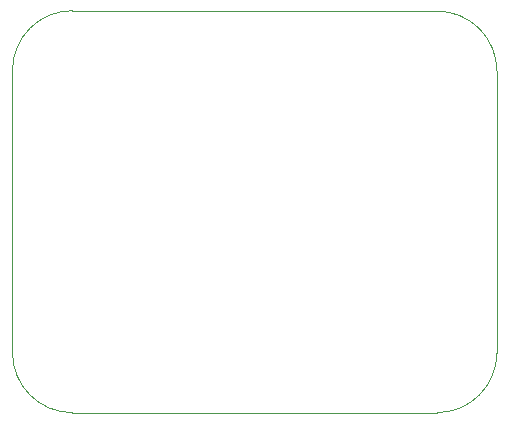
<source format=gbr>
%TF.GenerationSoftware,KiCad,Pcbnew,7.0.11-rc3*%
%TF.CreationDate,2025-03-25T15:56:03+09:00*%
%TF.ProjectId,RDC_Humanoid_Power_Relay_Switch,5244435f-4875-46d6-916e-6f69645f506f,rev?*%
%TF.SameCoordinates,Original*%
%TF.FileFunction,Profile,NP*%
%FSLAX46Y46*%
G04 Gerber Fmt 4.6, Leading zero omitted, Abs format (unit mm)*
G04 Created by KiCad (PCBNEW 7.0.11-rc3) date 2025-03-25 15:56:03*
%MOMM*%
%LPD*%
G01*
G04 APERTURE LIST*
%TA.AperFunction,Profile*%
%ADD10C,0.050000*%
%TD*%
G04 APERTURE END LIST*
D10*
X38100000Y-38100000D02*
X38100000Y-61976000D01*
X74041000Y-67056000D02*
G75*
G03*
X79121000Y-61976000I0J5080000D01*
G01*
X43180000Y-33020000D02*
G75*
G03*
X38100000Y-38100000I0J-5080000D01*
G01*
X79120998Y-38136102D02*
G75*
G03*
X74041000Y-33056102I-5079998J2D01*
G01*
X74041000Y-33056102D02*
X43180000Y-33020000D01*
X38100000Y-61976000D02*
G75*
G03*
X43180000Y-67056000I5080000J0D01*
G01*
X79121000Y-61976000D02*
X79121000Y-38136102D01*
X43180000Y-67056000D02*
X74041000Y-67056000D01*
M02*

</source>
